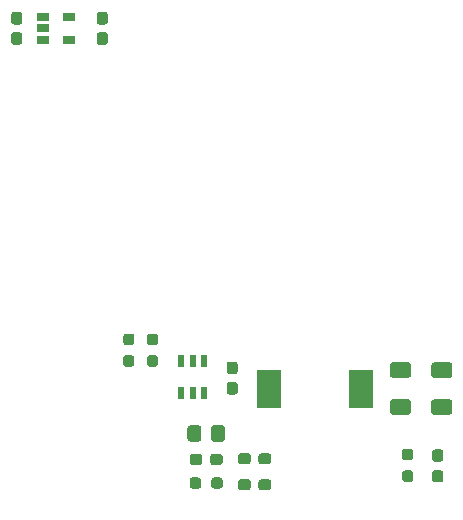
<source format=gbr>
%TF.GenerationSoftware,KiCad,Pcbnew,5.1.10-88a1d61d58~88~ubuntu18.04.1*%
%TF.CreationDate,2021-05-26T13:38:31+10:00*%
%TF.ProjectId,prototype_rocket_fc,70726f74-6f74-4797-9065-5f726f636b65,rev?*%
%TF.SameCoordinates,Original*%
%TF.FileFunction,Paste,Top*%
%TF.FilePolarity,Positive*%
%FSLAX46Y46*%
G04 Gerber Fmt 4.6, Leading zero omitted, Abs format (unit mm)*
G04 Created by KiCad (PCBNEW 5.1.10-88a1d61d58~88~ubuntu18.04.1) date 2021-05-26 13:38:31*
%MOMM*%
%LPD*%
G01*
G04 APERTURE LIST*
%ADD10R,2.000000X3.200000*%
%ADD11R,0.599999X1.000001*%
%ADD12R,1.060000X0.650000*%
G04 APERTURE END LIST*
%TO.C,R5*%
G36*
G01*
X72112500Y-85680000D02*
X72587500Y-85680000D01*
G75*
G02*
X72825000Y-85917500I0J-237500D01*
G01*
X72825000Y-86417500D01*
G75*
G02*
X72587500Y-86655000I-237500J0D01*
G01*
X72112500Y-86655000D01*
G75*
G02*
X71875000Y-86417500I0J237500D01*
G01*
X71875000Y-85917500D01*
G75*
G02*
X72112500Y-85680000I237500J0D01*
G01*
G37*
G36*
G01*
X72112500Y-83855000D02*
X72587500Y-83855000D01*
G75*
G02*
X72825000Y-84092500I0J-237500D01*
G01*
X72825000Y-84592500D01*
G75*
G02*
X72587500Y-84830000I-237500J0D01*
G01*
X72112500Y-84830000D01*
G75*
G02*
X71875000Y-84592500I0J237500D01*
G01*
X71875000Y-84092500D01*
G75*
G02*
X72112500Y-83855000I237500J0D01*
G01*
G37*
%TD*%
%TO.C,D1*%
G36*
G01*
X74662500Y-85650000D02*
X75137500Y-85650000D01*
G75*
G02*
X75375000Y-85887500I0J-237500D01*
G01*
X75375000Y-86462500D01*
G75*
G02*
X75137500Y-86700000I-237500J0D01*
G01*
X74662500Y-86700000D01*
G75*
G02*
X74425000Y-86462500I0J237500D01*
G01*
X74425000Y-85887500D01*
G75*
G02*
X74662500Y-85650000I237500J0D01*
G01*
G37*
G36*
G01*
X74662500Y-83900000D02*
X75137500Y-83900000D01*
G75*
G02*
X75375000Y-84137500I0J-237500D01*
G01*
X75375000Y-84712500D01*
G75*
G02*
X75137500Y-84950000I-237500J0D01*
G01*
X74662500Y-84950000D01*
G75*
G02*
X74425000Y-84712500I0J237500D01*
G01*
X74425000Y-84137500D01*
G75*
G02*
X74662500Y-83900000I237500J0D01*
G01*
G37*
%TD*%
%TO.C,C1*%
G36*
G01*
X59725000Y-87137500D02*
X59725000Y-86662500D01*
G75*
G02*
X59962500Y-86425000I237500J0D01*
G01*
X60562500Y-86425000D01*
G75*
G02*
X60800000Y-86662500I0J-237500D01*
G01*
X60800000Y-87137500D01*
G75*
G02*
X60562500Y-87375000I-237500J0D01*
G01*
X59962500Y-87375000D01*
G75*
G02*
X59725000Y-87137500I0J237500D01*
G01*
G37*
G36*
G01*
X58000000Y-87137500D02*
X58000000Y-86662500D01*
G75*
G02*
X58237500Y-86425000I237500J0D01*
G01*
X58837500Y-86425000D01*
G75*
G02*
X59075000Y-86662500I0J-237500D01*
G01*
X59075000Y-87137500D01*
G75*
G02*
X58837500Y-87375000I-237500J0D01*
G01*
X58237500Y-87375000D01*
G75*
G02*
X58000000Y-87137500I0J237500D01*
G01*
G37*
%TD*%
%TO.C,C2*%
G36*
G01*
X58000000Y-84937500D02*
X58000000Y-84462500D01*
G75*
G02*
X58237500Y-84225000I237500J0D01*
G01*
X58837500Y-84225000D01*
G75*
G02*
X59075000Y-84462500I0J-237500D01*
G01*
X59075000Y-84937500D01*
G75*
G02*
X58837500Y-85175000I-237500J0D01*
G01*
X58237500Y-85175000D01*
G75*
G02*
X58000000Y-84937500I0J237500D01*
G01*
G37*
G36*
G01*
X59725000Y-84937500D02*
X59725000Y-84462500D01*
G75*
G02*
X59962500Y-84225000I237500J0D01*
G01*
X60562500Y-84225000D01*
G75*
G02*
X60800000Y-84462500I0J-237500D01*
G01*
X60800000Y-84937500D01*
G75*
G02*
X60562500Y-85175000I-237500J0D01*
G01*
X59962500Y-85175000D01*
G75*
G02*
X59725000Y-84937500I0J237500D01*
G01*
G37*
%TD*%
%TO.C,C3*%
G36*
G01*
X56700000Y-84512500D02*
X56700000Y-84987500D01*
G75*
G02*
X56462500Y-85225000I-237500J0D01*
G01*
X55862500Y-85225000D01*
G75*
G02*
X55625000Y-84987500I0J237500D01*
G01*
X55625000Y-84512500D01*
G75*
G02*
X55862500Y-84275000I237500J0D01*
G01*
X56462500Y-84275000D01*
G75*
G02*
X56700000Y-84512500I0J-237500D01*
G01*
G37*
G36*
G01*
X54975000Y-84512500D02*
X54975000Y-84987500D01*
G75*
G02*
X54737500Y-85225000I-237500J0D01*
G01*
X54137500Y-85225000D01*
G75*
G02*
X53900000Y-84987500I0J237500D01*
G01*
X53900000Y-84512500D01*
G75*
G02*
X54137500Y-84275000I237500J0D01*
G01*
X54737500Y-84275000D01*
G75*
G02*
X54975000Y-84512500I0J-237500D01*
G01*
G37*
%TD*%
%TO.C,C4*%
G36*
G01*
X57737500Y-77537500D02*
X57262500Y-77537500D01*
G75*
G02*
X57025000Y-77300000I0J237500D01*
G01*
X57025000Y-76700000D01*
G75*
G02*
X57262500Y-76462500I237500J0D01*
G01*
X57737500Y-76462500D01*
G75*
G02*
X57975000Y-76700000I0J-237500D01*
G01*
X57975000Y-77300000D01*
G75*
G02*
X57737500Y-77537500I-237500J0D01*
G01*
G37*
G36*
G01*
X57737500Y-79262500D02*
X57262500Y-79262500D01*
G75*
G02*
X57025000Y-79025000I0J237500D01*
G01*
X57025000Y-78425000D01*
G75*
G02*
X57262500Y-78187500I237500J0D01*
G01*
X57737500Y-78187500D01*
G75*
G02*
X57975000Y-78425000I0J-237500D01*
G01*
X57975000Y-79025000D01*
G75*
G02*
X57737500Y-79262500I-237500J0D01*
G01*
G37*
%TD*%
%TO.C,C5*%
G36*
G01*
X75900002Y-80975000D02*
X74599998Y-80975000D01*
G75*
G02*
X74350000Y-80725002I0J249998D01*
G01*
X74350000Y-79899998D01*
G75*
G02*
X74599998Y-79650000I249998J0D01*
G01*
X75900002Y-79650000D01*
G75*
G02*
X76150000Y-79899998I0J-249998D01*
G01*
X76150000Y-80725002D01*
G75*
G02*
X75900002Y-80975000I-249998J0D01*
G01*
G37*
G36*
G01*
X75900002Y-77850000D02*
X74599998Y-77850000D01*
G75*
G02*
X74350000Y-77600002I0J249998D01*
G01*
X74350000Y-76774998D01*
G75*
G02*
X74599998Y-76525000I249998J0D01*
G01*
X75900002Y-76525000D01*
G75*
G02*
X76150000Y-76774998I0J-249998D01*
G01*
X76150000Y-77600002D01*
G75*
G02*
X75900002Y-77850000I-249998J0D01*
G01*
G37*
%TD*%
%TO.C,C6*%
G36*
G01*
X72400002Y-77850000D02*
X71099998Y-77850000D01*
G75*
G02*
X70850000Y-77600002I0J249998D01*
G01*
X70850000Y-76774998D01*
G75*
G02*
X71099998Y-76525000I249998J0D01*
G01*
X72400002Y-76525000D01*
G75*
G02*
X72650000Y-76774998I0J-249998D01*
G01*
X72650000Y-77600002D01*
G75*
G02*
X72400002Y-77850000I-249998J0D01*
G01*
G37*
G36*
G01*
X72400002Y-80975000D02*
X71099998Y-80975000D01*
G75*
G02*
X70850000Y-80725002I0J249998D01*
G01*
X70850000Y-79899998D01*
G75*
G02*
X71099998Y-79650000I249998J0D01*
G01*
X72400002Y-79650000D01*
G75*
G02*
X72650000Y-79899998I0J-249998D01*
G01*
X72650000Y-80725002D01*
G75*
G02*
X72400002Y-80975000I-249998J0D01*
G01*
G37*
%TD*%
%TO.C,C7*%
G36*
G01*
X39012500Y-46850000D02*
X39487500Y-46850000D01*
G75*
G02*
X39725000Y-47087500I0J-237500D01*
G01*
X39725000Y-47687500D01*
G75*
G02*
X39487500Y-47925000I-237500J0D01*
G01*
X39012500Y-47925000D01*
G75*
G02*
X38775000Y-47687500I0J237500D01*
G01*
X38775000Y-47087500D01*
G75*
G02*
X39012500Y-46850000I237500J0D01*
G01*
G37*
G36*
G01*
X39012500Y-48575000D02*
X39487500Y-48575000D01*
G75*
G02*
X39725000Y-48812500I0J-237500D01*
G01*
X39725000Y-49412500D01*
G75*
G02*
X39487500Y-49650000I-237500J0D01*
G01*
X39012500Y-49650000D01*
G75*
G02*
X38775000Y-49412500I0J237500D01*
G01*
X38775000Y-48812500D01*
G75*
G02*
X39012500Y-48575000I237500J0D01*
G01*
G37*
%TD*%
%TO.C,C8*%
G36*
G01*
X46262500Y-48575000D02*
X46737500Y-48575000D01*
G75*
G02*
X46975000Y-48812500I0J-237500D01*
G01*
X46975000Y-49412500D01*
G75*
G02*
X46737500Y-49650000I-237500J0D01*
G01*
X46262500Y-49650000D01*
G75*
G02*
X46025000Y-49412500I0J237500D01*
G01*
X46025000Y-48812500D01*
G75*
G02*
X46262500Y-48575000I237500J0D01*
G01*
G37*
G36*
G01*
X46262500Y-46850000D02*
X46737500Y-46850000D01*
G75*
G02*
X46975000Y-47087500I0J-237500D01*
G01*
X46975000Y-47687500D01*
G75*
G02*
X46737500Y-47925000I-237500J0D01*
G01*
X46262500Y-47925000D01*
G75*
G02*
X46025000Y-47687500I0J237500D01*
G01*
X46025000Y-47087500D01*
G75*
G02*
X46262500Y-46850000I237500J0D01*
G01*
G37*
%TD*%
D10*
%TO.C,L1*%
X60600000Y-78800000D03*
X68400000Y-78800000D03*
%TD*%
%TO.C,R1*%
G36*
G01*
X56900000Y-82099999D02*
X56900000Y-83000001D01*
G75*
G02*
X56650001Y-83250000I-249999J0D01*
G01*
X55949999Y-83250000D01*
G75*
G02*
X55700000Y-83000001I0J249999D01*
G01*
X55700000Y-82099999D01*
G75*
G02*
X55949999Y-81850000I249999J0D01*
G01*
X56650001Y-81850000D01*
G75*
G02*
X56900000Y-82099999I0J-249999D01*
G01*
G37*
G36*
G01*
X54900000Y-82099999D02*
X54900000Y-83000001D01*
G75*
G02*
X54650001Y-83250000I-249999J0D01*
G01*
X53949999Y-83250000D01*
G75*
G02*
X53700000Y-83000001I0J249999D01*
G01*
X53700000Y-82099999D01*
G75*
G02*
X53949999Y-81850000I249999J0D01*
G01*
X54650001Y-81850000D01*
G75*
G02*
X54900000Y-82099999I0J-249999D01*
G01*
G37*
%TD*%
%TO.C,R2*%
G36*
G01*
X56700000Y-86512500D02*
X56700000Y-86987500D01*
G75*
G02*
X56462500Y-87225000I-237500J0D01*
G01*
X55962500Y-87225000D01*
G75*
G02*
X55725000Y-86987500I0J237500D01*
G01*
X55725000Y-86512500D01*
G75*
G02*
X55962500Y-86275000I237500J0D01*
G01*
X56462500Y-86275000D01*
G75*
G02*
X56700000Y-86512500I0J-237500D01*
G01*
G37*
G36*
G01*
X54875000Y-86512500D02*
X54875000Y-86987500D01*
G75*
G02*
X54637500Y-87225000I-237500J0D01*
G01*
X54137500Y-87225000D01*
G75*
G02*
X53900000Y-86987500I0J237500D01*
G01*
X53900000Y-86512500D01*
G75*
G02*
X54137500Y-86275000I237500J0D01*
G01*
X54637500Y-86275000D01*
G75*
G02*
X54875000Y-86512500I0J-237500D01*
G01*
G37*
%TD*%
%TO.C,R3*%
G36*
G01*
X48512500Y-74100000D02*
X48987500Y-74100000D01*
G75*
G02*
X49225000Y-74337500I0J-237500D01*
G01*
X49225000Y-74837500D01*
G75*
G02*
X48987500Y-75075000I-237500J0D01*
G01*
X48512500Y-75075000D01*
G75*
G02*
X48275000Y-74837500I0J237500D01*
G01*
X48275000Y-74337500D01*
G75*
G02*
X48512500Y-74100000I237500J0D01*
G01*
G37*
G36*
G01*
X48512500Y-75925000D02*
X48987500Y-75925000D01*
G75*
G02*
X49225000Y-76162500I0J-237500D01*
G01*
X49225000Y-76662500D01*
G75*
G02*
X48987500Y-76900000I-237500J0D01*
G01*
X48512500Y-76900000D01*
G75*
G02*
X48275000Y-76662500I0J237500D01*
G01*
X48275000Y-76162500D01*
G75*
G02*
X48512500Y-75925000I237500J0D01*
G01*
G37*
%TD*%
%TO.C,R4*%
G36*
G01*
X50987500Y-75075000D02*
X50512500Y-75075000D01*
G75*
G02*
X50275000Y-74837500I0J237500D01*
G01*
X50275000Y-74337500D01*
G75*
G02*
X50512500Y-74100000I237500J0D01*
G01*
X50987500Y-74100000D01*
G75*
G02*
X51225000Y-74337500I0J-237500D01*
G01*
X51225000Y-74837500D01*
G75*
G02*
X50987500Y-75075000I-237500J0D01*
G01*
G37*
G36*
G01*
X50987500Y-76900000D02*
X50512500Y-76900000D01*
G75*
G02*
X50275000Y-76662500I0J237500D01*
G01*
X50275000Y-76162500D01*
G75*
G02*
X50512500Y-75925000I237500J0D01*
G01*
X50987500Y-75925000D01*
G75*
G02*
X51225000Y-76162500I0J-237500D01*
G01*
X51225000Y-76662500D01*
G75*
G02*
X50987500Y-76900000I-237500J0D01*
G01*
G37*
%TD*%
D11*
%TO.C,U6*%
X55100001Y-76374999D03*
X54150000Y-76374999D03*
X53200002Y-76374999D03*
X53200002Y-79124999D03*
X54150000Y-79124999D03*
X55100001Y-79124999D03*
%TD*%
D12*
%TO.C,U7*%
X41500000Y-47300000D03*
X41500000Y-48250000D03*
X41500000Y-49200000D03*
X43700000Y-49200000D03*
X43700000Y-47300000D03*
%TD*%
M02*

</source>
